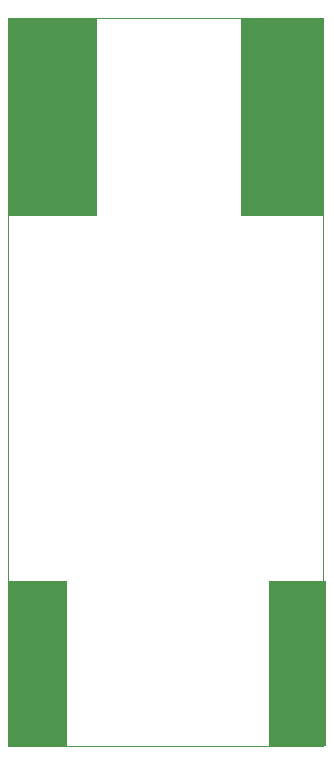
<source format=gbr>
%TF.GenerationSoftware,Altium Limited,Altium NEXUS,2.1.5 (53)*%
G04 Layer_Color=0*
%FSLAX44Y44*%
%MOMM*%
%TF.FileFunction,Profile,NP*%
%TF.Part,Single*%
G01*
G75*
%TA.AperFunction,Profile*%
%ADD69C,0.0254*%
G36*
D02*
X49530D01*
Y139700D01*
X0D01*
Y0D01*
D02*
G37*
G36*
X196850Y448310D02*
X266700D01*
Y615950D01*
X196850D01*
Y448310D01*
D02*
G37*
G36*
X0D02*
X74930D01*
Y615950D01*
X0D01*
Y448310D01*
D02*
G37*
G36*
X220980Y-0D02*
X269240Y0D01*
X269240Y139700D01*
X220980Y139700D01*
X220980Y-0D01*
D02*
G37*
G36*
X58420Y116840D02*
D01*
D02*
G37*
D69*
X0Y0D02*
X266700D01*
Y615950D01*
X0D01*
Y0D01*
%TF.MD5,97c03278e3d55063ac1d94b989b7b04b*%
M02*

</source>
